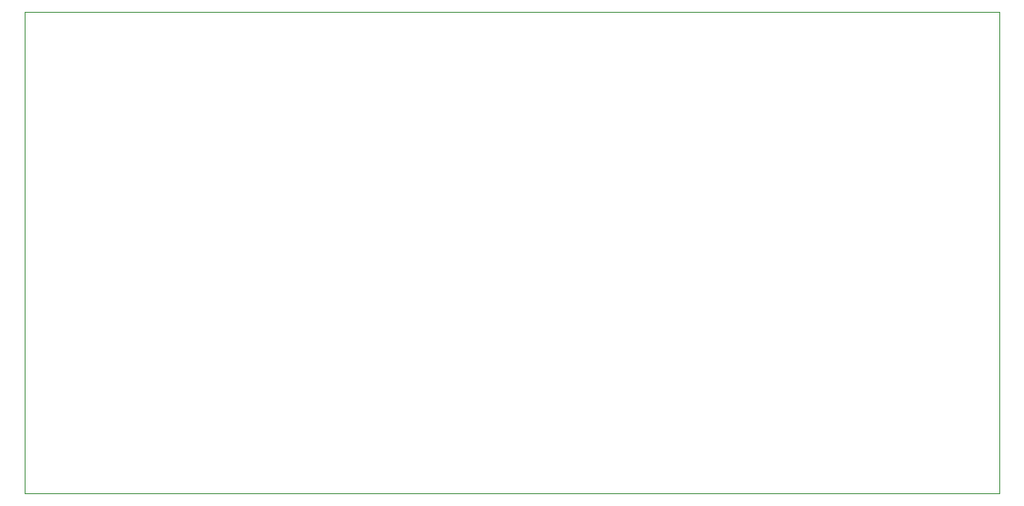
<source format=gbr>
%TF.GenerationSoftware,KiCad,Pcbnew,7.0.7*%
%TF.CreationDate,2023-08-25T02:36:16+09:00*%
%TF.ProjectId,PrecisionFightingBoard,50726563-6973-4696-9f6e-466967687469,rev?*%
%TF.SameCoordinates,Original*%
%TF.FileFunction,Profile,NP*%
%FSLAX46Y46*%
G04 Gerber Fmt 4.6, Leading zero omitted, Abs format (unit mm)*
G04 Created by KiCad (PCBNEW 7.0.7) date 2023-08-25 02:36:16*
%MOMM*%
%LPD*%
G01*
G04 APERTURE LIST*
%TA.AperFunction,Profile*%
%ADD10C,0.100000*%
%TD*%
G04 APERTURE END LIST*
D10*
X68000000Y-42000000D02*
X165000000Y-42000000D01*
X165000000Y-90000000D01*
X68000000Y-90000000D01*
X68000000Y-42000000D01*
M02*

</source>
